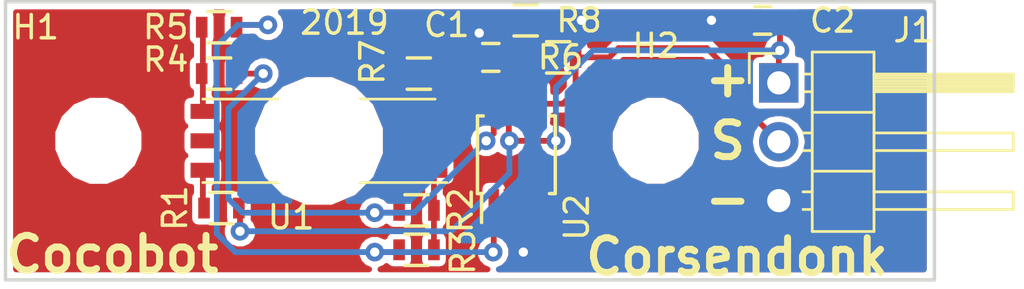
<source format=kicad_pcb>
(kicad_pcb (version 20171130) (host pcbnew "(5.0.0-rc2-108-g8444b1b61-dirty)")

  (general
    (thickness 1.6)
    (drawings 10)
    (tracks 100)
    (zones 0)
    (modules 15)
    (nets 15)
  )

  (page A4)
  (layers
    (0 F.Cu signal)
    (31 B.Cu signal)
    (32 B.Adhes user)
    (33 F.Adhes user)
    (34 B.Paste user)
    (35 F.Paste user)
    (36 B.SilkS user)
    (37 F.SilkS user)
    (38 B.Mask user)
    (39 F.Mask user)
    (40 Dwgs.User user)
    (41 Cmts.User user)
    (42 Eco1.User user)
    (43 Eco2.User user)
    (44 Edge.Cuts user)
    (45 Margin user)
    (46 B.CrtYd user)
    (47 F.CrtYd user)
    (48 B.Fab user hide)
    (49 F.Fab user hide)
  )

  (setup
    (last_trace_width 0.25)
    (trace_clearance 0.2)
    (zone_clearance 0.254)
    (zone_45_only no)
    (trace_min 0.2)
    (segment_width 0.2)
    (edge_width 0.15)
    (via_size 0.8)
    (via_drill 0.4)
    (via_min_size 0.4)
    (via_min_drill 0.3)
    (uvia_size 0.3)
    (uvia_drill 0.1)
    (uvias_allowed no)
    (uvia_min_size 0.2)
    (uvia_min_drill 0.1)
    (pcb_text_width 0.3)
    (pcb_text_size 1.5 1.5)
    (mod_edge_width 0.15)
    (mod_text_size 1 1)
    (mod_text_width 0.15)
    (pad_size 1.524 1.524)
    (pad_drill 0.762)
    (pad_to_mask_clearance 0.2)
    (aux_axis_origin 0 0)
    (visible_elements FFFFFF7F)
    (pcbplotparams
      (layerselection 0x010fc_ffffffff)
      (usegerberextensions false)
      (usegerberattributes false)
      (usegerberadvancedattributes false)
      (creategerberjobfile false)
      (excludeedgelayer true)
      (linewidth 0.100000)
      (plotframeref false)
      (viasonmask false)
      (mode 1)
      (useauxorigin false)
      (hpglpennumber 1)
      (hpglpenspeed 20)
      (hpglpendiameter 15.000000)
      (psnegative false)
      (psa4output false)
      (plotreference true)
      (plotvalue true)
      (plotinvisibletext false)
      (padsonsilk false)
      (subtractmaskfromsilk false)
      (outputformat 1)
      (mirror false)
      (drillshape 1)
      (scaleselection 1)
      (outputdirectory ""))
  )

  (net 0 "")
  (net 1 GND)
  (net 2 /pres_0-5v)
  (net 3 +5V)
  (net 4 "Net-(H1-Pad1)")
  (net 5 "Net-(H2-Pad1)")
  (net 6 "Net-(R2-Pad1)")
  (net 7 "Net-(R6-Pad1)")
  (net 8 "Net-(U2-Pad4)")
  (net 9 "Net-(R3-Pad1)")
  (net 10 "Net-(R1-Pad2)")
  (net 11 "Net-(R2-Pad2)")
  (net 12 "Net-(R4-Pad2)")
  (net 13 "Net-(R7-Pad1)")
  (net 14 "Net-(U1-Pad5)")

  (net_class Default "This is the default net class."
    (clearance 0.2)
    (trace_width 0.25)
    (via_dia 0.8)
    (via_drill 0.4)
    (uvia_dia 0.3)
    (uvia_drill 0.1)
    (add_net +5V)
    (add_net /pres_0-5v)
    (add_net GND)
    (add_net "Net-(H1-Pad1)")
    (add_net "Net-(H2-Pad1)")
    (add_net "Net-(R1-Pad2)")
    (add_net "Net-(R2-Pad1)")
    (add_net "Net-(R2-Pad2)")
    (add_net "Net-(R3-Pad1)")
    (add_net "Net-(R4-Pad2)")
    (add_net "Net-(R6-Pad1)")
    (add_net "Net-(R7-Pad1)")
    (add_net "Net-(U1-Pad5)")
    (add_net "Net-(U2-Pad4)")
  )

  (module espitall:2SMPP-02 (layer F.Cu) (tedit 5C83C162) (tstamp 5C83DABD)
    (at 63.5 54 180)
    (descr "5-pin SOT23 package")
    (tags SOT-23-5)
    (path /5C83C618)
    (attr smd)
    (fp_text reference U1 (at 1.2 -3.3) (layer F.SilkS)
      (effects (font (size 1 1) (thickness 0.15)))
    )
    (fp_text value 2SMPP-02 (at 0 2.9 180) (layer F.Fab)
      (effects (font (size 1 1) (thickness 0.15)))
    )
    (fp_line (start 5 -1.55) (end 5 1.55) (layer F.Fab) (width 0.1))
    (fp_line (start -5 1.55) (end 5 1.55) (layer F.Fab) (width 0.1))
    (fp_line (start -5 -0.9) (end -5 1.55) (layer F.Fab) (width 0.1))
    (fp_line (start 5 -1.55) (end -4.5 -1.55) (layer F.Fab) (width 0.1))
    (fp_line (start -5 -0.9) (end -4.5 -1.55) (layer F.Fab) (width 0.1))
    (fp_line (start -5 1.822) (end -5 -1.778) (layer F.CrtYd) (width 0.05))
    (fp_line (start 5 1.8) (end -5 1.8) (layer F.CrtYd) (width 0.05))
    (fp_line (start 5 -1.8) (end 5 1.8) (layer F.CrtYd) (width 0.05))
    (fp_line (start -5 -1.8) (end 5 -1.8) (layer F.CrtYd) (width 0.05))
    (fp_line (start 5 -1.8) (end -5.5 -1.8) (layer F.SilkS) (width 0.12))
    (fp_line (start -5 1.8) (end 5 1.8) (layer F.SilkS) (width 0.12))
    (fp_text user %R (at 0 0 270) (layer F.Fab)
      (effects (font (size 0.5 0.5) (thickness 0.075)))
    )
    (pad 4 smd rect (at 5 1.27 180) (size 1.06 0.65) (layers F.Cu F.Paste F.Mask)
      (net 12 "Net-(R4-Pad2)"))
    (pad 6 smd rect (at 5 -1.27 180) (size 1.06 0.65) (layers F.Cu F.Paste F.Mask)
      (net 10 "Net-(R1-Pad2)"))
    (pad 3 smd rect (at -5 1.27 180) (size 1.06 0.65) (layers F.Cu F.Paste F.Mask)
      (net 13 "Net-(R7-Pad1)"))
    (pad 2 smd rect (at -5 0 180) (size 1.06 0.65) (layers F.Cu F.Paste F.Mask))
    (pad 1 smd rect (at -5 -1.27 180) (size 1.06 0.65) (layers F.Cu F.Paste F.Mask)
      (net 11 "Net-(R2-Pad2)"))
    (pad 5 smd rect (at 5 0 180) (size 1.06 0.65) (layers F.Cu F.Paste F.Mask)
      (net 14 "Net-(U1-Pad5)"))
    (pad "" np_thru_hole circle (at 0 0 180) (size 5 5) (drill 5) (layers *.Cu *.Mask))
    (model /home/damien/prog/cocobot/hardware/step/sensor_2smpp-02.stp
      (offset (xyz 0 0 2))
      (scale (xyz 1 1 1))
      (rotate (xyz 0 0 0))
    )
  )

  (module espitall:C_0603 (layer F.Cu) (tedit 59D9CD42) (tstamp 5C83DAA6)
    (at 82.6 48.8 180)
    (descr "Capacitor SMD 0603, reflow soldering, AVX (see smccp.pdf)")
    (tags "capacitor 0603")
    (path /5C83CB5E)
    (attr smd)
    (fp_text reference C2 (at -3.017199 -0.01 180) (layer F.SilkS)
      (effects (font (size 1 1) (thickness 0.15)))
    )
    (fp_text value 2u2 (at 0 1.9 180) (layer F.Fab)
      (effects (font (size 1 1) (thickness 0.15)))
    )
    (fp_line (start 0.35 0.6) (end -0.35 0.6) (layer F.SilkS) (width 0.15))
    (fp_line (start -0.35 -0.6) (end 0.35 -0.6) (layer F.SilkS) (width 0.15))
    (fp_line (start 1.45 -0.75) (end 1.45 0.75) (layer F.CrtYd) (width 0.05))
    (fp_line (start -1.45 -0.75) (end -1.45 0.75) (layer F.CrtYd) (width 0.05))
    (fp_line (start -1.45 0.75) (end 1.45 0.75) (layer F.CrtYd) (width 0.05))
    (fp_line (start -1.45 -0.75) (end 1.45 -0.75) (layer F.CrtYd) (width 0.05))
    (pad 2 smd rect (at 0.75 0 180) (size 0.8 0.75) (layers F.Cu F.Paste F.Mask)
      (net 1 GND))
    (pad 1 smd rect (at -0.75 0 180) (size 0.8 0.75) (layers F.Cu F.Paste F.Mask)
      (net 3 +5V))
    (model "/home/damien/prog/cocobot/hardware/step/SW3DPS-CAPACITOR 0603-DEFAULT.STEP"
      (at (xyz 0 0 0))
      (scale (xyz 1 1 1))
      (rotate (xyz -90 0 0))
    )
  )

  (module espitall:C_0603 (layer F.Cu) (tedit 59D9CD42) (tstamp 5C83DA9A)
    (at 70.9 50.4)
    (descr "Capacitor SMD 0603, reflow soldering, AVX (see smccp.pdf)")
    (tags "capacitor 0603")
    (path /5C83DC2C)
    (attr smd)
    (fp_text reference C1 (at -1.9 -1.4) (layer F.SilkS)
      (effects (font (size 1 1) (thickness 0.15)))
    )
    (fp_text value 100n (at 0 1.9) (layer F.Fab)
      (effects (font (size 1 1) (thickness 0.15)))
    )
    (fp_line (start -1.45 -0.75) (end 1.45 -0.75) (layer F.CrtYd) (width 0.05))
    (fp_line (start -1.45 0.75) (end 1.45 0.75) (layer F.CrtYd) (width 0.05))
    (fp_line (start -1.45 -0.75) (end -1.45 0.75) (layer F.CrtYd) (width 0.05))
    (fp_line (start 1.45 -0.75) (end 1.45 0.75) (layer F.CrtYd) (width 0.05))
    (fp_line (start -0.35 -0.6) (end 0.35 -0.6) (layer F.SilkS) (width 0.15))
    (fp_line (start 0.35 0.6) (end -0.35 0.6) (layer F.SilkS) (width 0.15))
    (pad 1 smd rect (at -0.75 0) (size 0.8 0.75) (layers F.Cu F.Paste F.Mask)
      (net 1 GND))
    (pad 2 smd rect (at 0.75 0) (size 0.8 0.75) (layers F.Cu F.Paste F.Mask)
      (net 3 +5V))
    (model "/home/damien/prog/cocobot/hardware/step/SW3DPS-CAPACITOR 0603-DEFAULT.STEP"
      (at (xyz 0 0 0))
      (scale (xyz 1 1 1))
      (rotate (xyz -90 0 0))
    )
  )

  (module espitall:R_0603 (layer F.Cu) (tedit 59D9CCBF) (tstamp 5C83DA8E)
    (at 72.4 48.8)
    (descr "Resistor SMD 0603, reflow soldering, Vishay (see dcrcw.pdf)")
    (tags "resistor 0603")
    (path /5C83EEC3)
    (attr smd)
    (fp_text reference R8 (at 2.3 0 -180) (layer F.SilkS)
      (effects (font (size 1 1) (thickness 0.15)))
    )
    (fp_text value R (at 0 1.9) (layer F.Fab)
      (effects (font (size 1 1) (thickness 0.15)))
    )
    (fp_line (start -0.5 -0.675) (end 0.5 -0.675) (layer F.SilkS) (width 0.15))
    (fp_line (start 0.5 0.675) (end -0.5 0.675) (layer F.SilkS) (width 0.15))
    (fp_line (start 1.3 -0.8) (end 1.3 0.8) (layer F.CrtYd) (width 0.05))
    (fp_line (start -1.3 -0.8) (end -1.3 0.8) (layer F.CrtYd) (width 0.05))
    (fp_line (start -1.3 0.8) (end 1.3 0.8) (layer F.CrtYd) (width 0.05))
    (fp_line (start -1.3 -0.8) (end 1.3 -0.8) (layer F.CrtYd) (width 0.05))
    (pad 2 smd rect (at 0.75 0) (size 0.5 0.9) (layers F.Cu F.Paste F.Mask)
      (net 7 "Net-(R6-Pad1)"))
    (pad 1 smd rect (at -0.75 0) (size 0.5 0.9) (layers F.Cu F.Paste F.Mask)
      (net 1 GND))
    (model "/home/damien/prog/cocobot/hardware/step/SW3DPS-RESISTOR 0603-DEFAULT.STEP"
      (at (xyz 0 0 0))
      (scale (xyz 1 1 1))
      (rotate (xyz -90 0 0))
    )
  )

  (module espitall:R_0603 (layer F.Cu) (tedit 59D9CCBF) (tstamp 5C83DA82)
    (at 67.8 51.1 180)
    (descr "Resistor SMD 0603, reflow soldering, Vishay (see dcrcw.pdf)")
    (tags "resistor 0603")
    (path /5C841EEE)
    (attr smd)
    (fp_text reference R7 (at 2 0.5 90) (layer F.SilkS)
      (effects (font (size 1 1) (thickness 0.15)))
    )
    (fp_text value R (at 0 1.9 180) (layer F.Fab)
      (effects (font (size 1 1) (thickness 0.15)))
    )
    (fp_line (start -1.3 -0.8) (end 1.3 -0.8) (layer F.CrtYd) (width 0.05))
    (fp_line (start -1.3 0.8) (end 1.3 0.8) (layer F.CrtYd) (width 0.05))
    (fp_line (start -1.3 -0.8) (end -1.3 0.8) (layer F.CrtYd) (width 0.05))
    (fp_line (start 1.3 -0.8) (end 1.3 0.8) (layer F.CrtYd) (width 0.05))
    (fp_line (start 0.5 0.675) (end -0.5 0.675) (layer F.SilkS) (width 0.15))
    (fp_line (start -0.5 -0.675) (end 0.5 -0.675) (layer F.SilkS) (width 0.15))
    (pad 1 smd rect (at -0.75 0 180) (size 0.5 0.9) (layers F.Cu F.Paste F.Mask)
      (net 13 "Net-(R7-Pad1)"))
    (pad 2 smd rect (at 0.75 0 180) (size 0.5 0.9) (layers F.Cu F.Paste F.Mask)
      (net 1 GND))
    (model "/home/damien/prog/cocobot/hardware/step/SW3DPS-RESISTOR 0603-DEFAULT.STEP"
      (at (xyz 0 0 0))
      (scale (xyz 1 1 1))
      (rotate (xyz -90 0 0))
    )
  )

  (module espitall:R_0603 (layer F.Cu) (tedit 59D9CCBF) (tstamp 5C83DA76)
    (at 73.8 50.4)
    (descr "Resistor SMD 0603, reflow soldering, Vishay (see dcrcw.pdf)")
    (tags "resistor 0603")
    (path /5C83E85D)
    (attr smd)
    (fp_text reference R6 (at 0.1 0 -180) (layer F.SilkS)
      (effects (font (size 1 1) (thickness 0.15)))
    )
    (fp_text value R (at 0 1.9) (layer F.Fab)
      (effects (font (size 1 1) (thickness 0.15)))
    )
    (fp_line (start -0.5 -0.675) (end 0.5 -0.675) (layer F.SilkS) (width 0.15))
    (fp_line (start 0.5 0.675) (end -0.5 0.675) (layer F.SilkS) (width 0.15))
    (fp_line (start 1.3 -0.8) (end 1.3 0.8) (layer F.CrtYd) (width 0.05))
    (fp_line (start -1.3 -0.8) (end -1.3 0.8) (layer F.CrtYd) (width 0.05))
    (fp_line (start -1.3 0.8) (end 1.3 0.8) (layer F.CrtYd) (width 0.05))
    (fp_line (start -1.3 -0.8) (end 1.3 -0.8) (layer F.CrtYd) (width 0.05))
    (pad 2 smd rect (at 0.75 0) (size 0.5 0.9) (layers F.Cu F.Paste F.Mask)
      (net 2 /pres_0-5v))
    (pad 1 smd rect (at -0.75 0) (size 0.5 0.9) (layers F.Cu F.Paste F.Mask)
      (net 7 "Net-(R6-Pad1)"))
    (model "/home/damien/prog/cocobot/hardware/step/SW3DPS-RESISTOR 0603-DEFAULT.STEP"
      (at (xyz 0 0 0))
      (scale (xyz 1 1 1))
      (rotate (xyz -90 0 0))
    )
  )

  (module espitall:R_0603 (layer F.Cu) (tedit 59D9CCBF) (tstamp 5C83DA6A)
    (at 59.2 49.1 180)
    (descr "Resistor SMD 0603, reflow soldering, Vishay (see dcrcw.pdf)")
    (tags "resistor 0603")
    (path /5C83D056)
    (attr smd)
    (fp_text reference R5 (at 2.3 0.004) (layer F.SilkS)
      (effects (font (size 1 1) (thickness 0.15)))
    )
    (fp_text value R (at 0 1.9 180) (layer F.Fab)
      (effects (font (size 1 1) (thickness 0.15)))
    )
    (fp_line (start -1.3 -0.8) (end 1.3 -0.8) (layer F.CrtYd) (width 0.05))
    (fp_line (start -1.3 0.8) (end 1.3 0.8) (layer F.CrtYd) (width 0.05))
    (fp_line (start -1.3 -0.8) (end -1.3 0.8) (layer F.CrtYd) (width 0.05))
    (fp_line (start 1.3 -0.8) (end 1.3 0.8) (layer F.CrtYd) (width 0.05))
    (fp_line (start 0.5 0.675) (end -0.5 0.675) (layer F.SilkS) (width 0.15))
    (fp_line (start -0.5 -0.675) (end 0.5 -0.675) (layer F.SilkS) (width 0.15))
    (pad 1 smd rect (at -0.75 0 180) (size 0.5 0.9) (layers F.Cu F.Paste F.Mask)
      (net 9 "Net-(R3-Pad1)"))
    (pad 2 smd rect (at 0.75 0 180) (size 0.5 0.9) (layers F.Cu F.Paste F.Mask)
      (net 12 "Net-(R4-Pad2)"))
    (model "/home/damien/prog/cocobot/hardware/step/SW3DPS-RESISTOR 0603-DEFAULT.STEP"
      (at (xyz 0 0 0))
      (scale (xyz 1 1 1))
      (rotate (xyz -90 0 0))
    )
  )

  (module espitall:R_0603 (layer F.Cu) (tedit 59D9CCBF) (tstamp 5C83DA5E)
    (at 59.2 51.1 180)
    (descr "Resistor SMD 0603, reflow soldering, Vishay (see dcrcw.pdf)")
    (tags "resistor 0603")
    (path /5C83CF0F)
    (attr smd)
    (fp_text reference R4 (at 2.3 0.6) (layer F.SilkS)
      (effects (font (size 1 1) (thickness 0.15)))
    )
    (fp_text value R (at 0 1.9 180) (layer F.Fab)
      (effects (font (size 1 1) (thickness 0.15)))
    )
    (fp_line (start -0.5 -0.675) (end 0.5 -0.675) (layer F.SilkS) (width 0.15))
    (fp_line (start 0.5 0.675) (end -0.5 0.675) (layer F.SilkS) (width 0.15))
    (fp_line (start 1.3 -0.8) (end 1.3 0.8) (layer F.CrtYd) (width 0.05))
    (fp_line (start -1.3 -0.8) (end -1.3 0.8) (layer F.CrtYd) (width 0.05))
    (fp_line (start -1.3 0.8) (end 1.3 0.8) (layer F.CrtYd) (width 0.05))
    (fp_line (start -1.3 -0.8) (end 1.3 -0.8) (layer F.CrtYd) (width 0.05))
    (pad 2 smd rect (at 0.75 0 180) (size 0.5 0.9) (layers F.Cu F.Paste F.Mask)
      (net 12 "Net-(R4-Pad2)"))
    (pad 1 smd rect (at -0.75 0 180) (size 0.5 0.9) (layers F.Cu F.Paste F.Mask)
      (net 6 "Net-(R2-Pad1)"))
    (model "/home/damien/prog/cocobot/hardware/step/SW3DPS-RESISTOR 0603-DEFAULT.STEP"
      (at (xyz 0 0 0))
      (scale (xyz 1 1 1))
      (rotate (xyz -90 0 0))
    )
  )

  (module espitall:R_0603 (layer F.Cu) (tedit 59D9CCBF) (tstamp 5C83DA52)
    (at 67.7 58.7)
    (descr "Resistor SMD 0603, reflow soldering, Vishay (see dcrcw.pdf)")
    (tags "resistor 0603")
    (path /5C83D1A4)
    (attr smd)
    (fp_text reference R3 (at 2 0.1 90) (layer F.SilkS)
      (effects (font (size 1 1) (thickness 0.15)))
    )
    (fp_text value R (at 0 1.9) (layer F.Fab)
      (effects (font (size 1 1) (thickness 0.15)))
    )
    (fp_line (start -1.3 -0.8) (end 1.3 -0.8) (layer F.CrtYd) (width 0.05))
    (fp_line (start -1.3 0.8) (end 1.3 0.8) (layer F.CrtYd) (width 0.05))
    (fp_line (start -1.3 -0.8) (end -1.3 0.8) (layer F.CrtYd) (width 0.05))
    (fp_line (start 1.3 -0.8) (end 1.3 0.8) (layer F.CrtYd) (width 0.05))
    (fp_line (start 0.5 0.675) (end -0.5 0.675) (layer F.SilkS) (width 0.15))
    (fp_line (start -0.5 -0.675) (end 0.5 -0.675) (layer F.SilkS) (width 0.15))
    (pad 1 smd rect (at -0.75 0) (size 0.5 0.9) (layers F.Cu F.Paste F.Mask)
      (net 9 "Net-(R3-Pad1)"))
    (pad 2 smd rect (at 0.75 0) (size 0.5 0.9) (layers F.Cu F.Paste F.Mask)
      (net 11 "Net-(R2-Pad2)"))
    (model "/home/damien/prog/cocobot/hardware/step/SW3DPS-RESISTOR 0603-DEFAULT.STEP"
      (at (xyz 0 0 0))
      (scale (xyz 1 1 1))
      (rotate (xyz -90 0 0))
    )
  )

  (module espitall:R_0603 (layer F.Cu) (tedit 59D9CCBF) (tstamp 5C83DA46)
    (at 67.7 57)
    (descr "Resistor SMD 0603, reflow soldering, Vishay (see dcrcw.pdf)")
    (tags "resistor 0603")
    (path /5C83D19E)
    (attr smd)
    (fp_text reference R2 (at 1.9 0 90) (layer F.SilkS)
      (effects (font (size 1 1) (thickness 0.15)))
    )
    (fp_text value R (at 0 1.9) (layer F.Fab)
      (effects (font (size 1 1) (thickness 0.15)))
    )
    (fp_line (start -0.5 -0.675) (end 0.5 -0.675) (layer F.SilkS) (width 0.15))
    (fp_line (start 0.5 0.675) (end -0.5 0.675) (layer F.SilkS) (width 0.15))
    (fp_line (start 1.3 -0.8) (end 1.3 0.8) (layer F.CrtYd) (width 0.05))
    (fp_line (start -1.3 -0.8) (end -1.3 0.8) (layer F.CrtYd) (width 0.05))
    (fp_line (start -1.3 0.8) (end 1.3 0.8) (layer F.CrtYd) (width 0.05))
    (fp_line (start -1.3 -0.8) (end 1.3 -0.8) (layer F.CrtYd) (width 0.05))
    (pad 2 smd rect (at 0.75 0) (size 0.5 0.9) (layers F.Cu F.Paste F.Mask)
      (net 11 "Net-(R2-Pad2)"))
    (pad 1 smd rect (at -0.75 0) (size 0.5 0.9) (layers F.Cu F.Paste F.Mask)
      (net 6 "Net-(R2-Pad1)"))
    (model "/home/damien/prog/cocobot/hardware/step/SW3DPS-RESISTOR 0603-DEFAULT.STEP"
      (at (xyz 0 0 0))
      (scale (xyz 1 1 1))
      (rotate (xyz -90 0 0))
    )
  )

  (module espitall:R_0603 (layer F.Cu) (tedit 59D9CCBF) (tstamp 5C83DA3A)
    (at 59.3 56.9 180)
    (descr "Resistor SMD 0603, reflow soldering, Vishay (see dcrcw.pdf)")
    (tags "resistor 0603")
    (path /5C841EBA)
    (attr smd)
    (fp_text reference R1 (at 2 0 90) (layer F.SilkS)
      (effects (font (size 1 1) (thickness 0.15)))
    )
    (fp_text value R (at 0 1.9 180) (layer F.Fab)
      (effects (font (size 1 1) (thickness 0.15)))
    )
    (fp_line (start -1.3 -0.8) (end 1.3 -0.8) (layer F.CrtYd) (width 0.05))
    (fp_line (start -1.3 0.8) (end 1.3 0.8) (layer F.CrtYd) (width 0.05))
    (fp_line (start -1.3 -0.8) (end -1.3 0.8) (layer F.CrtYd) (width 0.05))
    (fp_line (start 1.3 -0.8) (end 1.3 0.8) (layer F.CrtYd) (width 0.05))
    (fp_line (start 0.5 0.675) (end -0.5 0.675) (layer F.SilkS) (width 0.15))
    (fp_line (start -0.5 -0.675) (end 0.5 -0.675) (layer F.SilkS) (width 0.15))
    (pad 1 smd rect (at -0.75 0 180) (size 0.5 0.9) (layers F.Cu F.Paste F.Mask)
      (net 3 +5V))
    (pad 2 smd rect (at 0.75 0 180) (size 0.5 0.9) (layers F.Cu F.Paste F.Mask)
      (net 10 "Net-(R1-Pad2)"))
    (model "/home/damien/prog/cocobot/hardware/step/SW3DPS-RESISTOR 0603-DEFAULT.STEP"
      (at (xyz 0 0 0))
      (scale (xyz 1 1 1))
      (rotate (xyz -90 0 0))
    )
  )

  (module Housings_SSOP:MSOP-8_3x3mm_Pitch0.65mm (layer F.Cu) (tedit 54130A77) (tstamp 5C83D75E)
    (at 72 54.6 90)
    (descr "8-Lead Plastic Micro Small Outline Package (MS) [MSOP] (see Microchip Packaging Specification 00000049BS.pdf)")
    (tags "SSOP 0.65")
    (path /5C83CDC6)
    (attr smd)
    (fp_text reference U2 (at -2.7 2.6 90) (layer F.SilkS)
      (effects (font (size 1 1) (thickness 0.15)))
    )
    (fp_text value AD628 (at 0 2.6 90) (layer F.Fab)
      (effects (font (size 1 1) (thickness 0.15)))
    )
    (fp_text user %R (at 0 0 90) (layer F.Fab)
      (effects (font (size 0.6 0.6) (thickness 0.15)))
    )
    (fp_line (start -1.675 -1.5) (end -2.925 -1.5) (layer F.SilkS) (width 0.15))
    (fp_line (start -1.675 1.675) (end 1.675 1.675) (layer F.SilkS) (width 0.15))
    (fp_line (start -1.675 -1.675) (end 1.675 -1.675) (layer F.SilkS) (width 0.15))
    (fp_line (start -1.675 1.675) (end -1.675 1.425) (layer F.SilkS) (width 0.15))
    (fp_line (start 1.675 1.675) (end 1.675 1.425) (layer F.SilkS) (width 0.15))
    (fp_line (start 1.675 -1.675) (end 1.675 -1.425) (layer F.SilkS) (width 0.15))
    (fp_line (start -1.675 -1.675) (end -1.675 -1.5) (layer F.SilkS) (width 0.15))
    (fp_line (start -3.2 1.85) (end 3.2 1.85) (layer F.CrtYd) (width 0.05))
    (fp_line (start -3.2 -1.85) (end 3.2 -1.85) (layer F.CrtYd) (width 0.05))
    (fp_line (start 3.2 -1.85) (end 3.2 1.85) (layer F.CrtYd) (width 0.05))
    (fp_line (start -3.2 -1.85) (end -3.2 1.85) (layer F.CrtYd) (width 0.05))
    (fp_line (start -1.5 -0.5) (end -0.5 -1.5) (layer F.Fab) (width 0.15))
    (fp_line (start -1.5 1.5) (end -1.5 -0.5) (layer F.Fab) (width 0.15))
    (fp_line (start 1.5 1.5) (end -1.5 1.5) (layer F.Fab) (width 0.15))
    (fp_line (start 1.5 -1.5) (end 1.5 1.5) (layer F.Fab) (width 0.15))
    (fp_line (start -0.5 -1.5) (end 1.5 -1.5) (layer F.Fab) (width 0.15))
    (pad 8 smd rect (at 2.2 -0.975 90) (size 1.45 0.45) (layers F.Cu F.Paste F.Mask)
      (net 6 "Net-(R2-Pad1)"))
    (pad 7 smd rect (at 2.2 -0.325 90) (size 1.45 0.45) (layers F.Cu F.Paste F.Mask)
      (net 3 +5V))
    (pad 6 smd rect (at 2.2 0.325 90) (size 1.45 0.45) (layers F.Cu F.Paste F.Mask)
      (net 7 "Net-(R6-Pad1)"))
    (pad 5 smd rect (at 2.2 0.975 90) (size 1.45 0.45) (layers F.Cu F.Paste F.Mask)
      (net 2 /pres_0-5v))
    (pad 4 smd rect (at -2.2 0.975 90) (size 1.45 0.45) (layers F.Cu F.Paste F.Mask)
      (net 8 "Net-(U2-Pad4)"))
    (pad 3 smd rect (at -2.2 0.325 90) (size 1.45 0.45) (layers F.Cu F.Paste F.Mask)
      (net 1 GND))
    (pad 2 smd rect (at -2.2 -0.325 90) (size 1.45 0.45) (layers F.Cu F.Paste F.Mask)
      (net 1 GND))
    (pad 1 smd rect (at -2.2 -0.975 90) (size 1.45 0.45) (layers F.Cu F.Paste F.Mask)
      (net 9 "Net-(R3-Pad1)"))
    (model ${KISYS3DMOD}/Housings_SSOP.3dshapes/MSOP-8_3x3mm_Pitch0.65mm.wrl
      (at (xyz 0 0 0))
      (scale (xyz 1 1 1))
      (rotate (xyz 0 0 0))
    )
  )

  (module Mounting_Holes:MountingHole_3.2mm_M3 (layer F.Cu) (tedit 56D1B4CB) (tstamp 5C83D741)
    (at 78 54)
    (descr "Mounting Hole 3.2mm, no annular, M3")
    (tags "mounting hole 3.2mm no annular m3")
    (path /5C83C70C)
    (attr virtual)
    (fp_text reference H2 (at 0 -4.1) (layer F.SilkS)
      (effects (font (size 1 1) (thickness 0.15)))
    )
    (fp_text value Conn_01x01 (at 0 4.2) (layer F.Fab)
      (effects (font (size 1 1) (thickness 0.15)))
    )
    (fp_text user %R (at 0.3 0) (layer F.Fab)
      (effects (font (size 1 1) (thickness 0.15)))
    )
    (fp_circle (center 0 0) (end 3.2 0) (layer Cmts.User) (width 0.15))
    (fp_circle (center 0 0) (end 3.45 0) (layer F.CrtYd) (width 0.05))
    (pad 1 np_thru_hole circle (at 0 0) (size 3.2 3.2) (drill 3.2) (layers *.Cu *.Mask)
      (net 5 "Net-(H2-Pad1)"))
  )

  (module Mounting_Holes:MountingHole_3.2mm_M3 (layer F.Cu) (tedit 56D1B4CB) (tstamp 5C83D739)
    (at 54 54)
    (descr "Mounting Hole 3.2mm, no annular, M3")
    (tags "mounting hole 3.2mm no annular m3")
    (path /5C83C78C)
    (attr virtual)
    (fp_text reference H1 (at -2.7 -4.9) (layer F.SilkS)
      (effects (font (size 1 1) (thickness 0.15)))
    )
    (fp_text value Conn_01x01 (at 0 4.2) (layer F.Fab)
      (effects (font (size 1 1) (thickness 0.15)))
    )
    (fp_circle (center 0 0) (end 3.45 0) (layer F.CrtYd) (width 0.05))
    (fp_circle (center 0 0) (end 3.2 0) (layer Cmts.User) (width 0.15))
    (fp_text user %R (at 0.3 0) (layer F.Fab)
      (effects (font (size 1 1) (thickness 0.15)))
    )
    (pad 1 np_thru_hole circle (at 0 0) (size 3.2 3.2) (drill 3.2) (layers *.Cu *.Mask)
      (net 4 "Net-(H1-Pad1)"))
  )

  (module Pin_Headers:Pin_Header_Angled_1x03_Pitch2.54mm (layer F.Cu) (tedit 59650532) (tstamp 5C83D731)
    (at 83.3 51.5)
    (descr "Through hole angled pin header, 1x03, 2.54mm pitch, 6mm pin length, single row")
    (tags "Through hole angled pin header THT 1x03 2.54mm single row")
    (path /5C83C943)
    (fp_text reference J1 (at 5.8 -2.27) (layer F.SilkS)
      (effects (font (size 1 1) (thickness 0.15)))
    )
    (fp_text value Conn_01x03 (at 4.385 7.35) (layer F.Fab)
      (effects (font (size 1 1) (thickness 0.15)))
    )
    (fp_text user %R (at 2.77 2.54 90) (layer F.Fab)
      (effects (font (size 1 1) (thickness 0.15)))
    )
    (fp_line (start 10.55 -1.8) (end -1.8 -1.8) (layer F.CrtYd) (width 0.05))
    (fp_line (start 10.55 6.85) (end 10.55 -1.8) (layer F.CrtYd) (width 0.05))
    (fp_line (start -1.8 6.85) (end 10.55 6.85) (layer F.CrtYd) (width 0.05))
    (fp_line (start -1.8 -1.8) (end -1.8 6.85) (layer F.CrtYd) (width 0.05))
    (fp_line (start -1.27 -1.27) (end 0 -1.27) (layer F.SilkS) (width 0.12))
    (fp_line (start -1.27 0) (end -1.27 -1.27) (layer F.SilkS) (width 0.12))
    (fp_line (start 1.042929 5.46) (end 1.44 5.46) (layer F.SilkS) (width 0.12))
    (fp_line (start 1.042929 4.7) (end 1.44 4.7) (layer F.SilkS) (width 0.12))
    (fp_line (start 10.1 5.46) (end 4.1 5.46) (layer F.SilkS) (width 0.12))
    (fp_line (start 10.1 4.7) (end 10.1 5.46) (layer F.SilkS) (width 0.12))
    (fp_line (start 4.1 4.7) (end 10.1 4.7) (layer F.SilkS) (width 0.12))
    (fp_line (start 1.44 3.81) (end 4.1 3.81) (layer F.SilkS) (width 0.12))
    (fp_line (start 1.042929 2.92) (end 1.44 2.92) (layer F.SilkS) (width 0.12))
    (fp_line (start 1.042929 2.16) (end 1.44 2.16) (layer F.SilkS) (width 0.12))
    (fp_line (start 10.1 2.92) (end 4.1 2.92) (layer F.SilkS) (width 0.12))
    (fp_line (start 10.1 2.16) (end 10.1 2.92) (layer F.SilkS) (width 0.12))
    (fp_line (start 4.1 2.16) (end 10.1 2.16) (layer F.SilkS) (width 0.12))
    (fp_line (start 1.44 1.27) (end 4.1 1.27) (layer F.SilkS) (width 0.12))
    (fp_line (start 1.11 0.38) (end 1.44 0.38) (layer F.SilkS) (width 0.12))
    (fp_line (start 1.11 -0.38) (end 1.44 -0.38) (layer F.SilkS) (width 0.12))
    (fp_line (start 4.1 0.28) (end 10.1 0.28) (layer F.SilkS) (width 0.12))
    (fp_line (start 4.1 0.16) (end 10.1 0.16) (layer F.SilkS) (width 0.12))
    (fp_line (start 4.1 0.04) (end 10.1 0.04) (layer F.SilkS) (width 0.12))
    (fp_line (start 4.1 -0.08) (end 10.1 -0.08) (layer F.SilkS) (width 0.12))
    (fp_line (start 4.1 -0.2) (end 10.1 -0.2) (layer F.SilkS) (width 0.12))
    (fp_line (start 4.1 -0.32) (end 10.1 -0.32) (layer F.SilkS) (width 0.12))
    (fp_line (start 10.1 0.38) (end 4.1 0.38) (layer F.SilkS) (width 0.12))
    (fp_line (start 10.1 -0.38) (end 10.1 0.38) (layer F.SilkS) (width 0.12))
    (fp_line (start 4.1 -0.38) (end 10.1 -0.38) (layer F.SilkS) (width 0.12))
    (fp_line (start 4.1 -1.33) (end 1.44 -1.33) (layer F.SilkS) (width 0.12))
    (fp_line (start 4.1 6.41) (end 4.1 -1.33) (layer F.SilkS) (width 0.12))
    (fp_line (start 1.44 6.41) (end 4.1 6.41) (layer F.SilkS) (width 0.12))
    (fp_line (start 1.44 -1.33) (end 1.44 6.41) (layer F.SilkS) (width 0.12))
    (fp_line (start 4.04 5.4) (end 10.04 5.4) (layer F.Fab) (width 0.1))
    (fp_line (start 10.04 4.76) (end 10.04 5.4) (layer F.Fab) (width 0.1))
    (fp_line (start 4.04 4.76) (end 10.04 4.76) (layer F.Fab) (width 0.1))
    (fp_line (start -0.32 5.4) (end 1.5 5.4) (layer F.Fab) (width 0.1))
    (fp_line (start -0.32 4.76) (end -0.32 5.4) (layer F.Fab) (width 0.1))
    (fp_line (start -0.32 4.76) (end 1.5 4.76) (layer F.Fab) (width 0.1))
    (fp_line (start 4.04 2.86) (end 10.04 2.86) (layer F.Fab) (width 0.1))
    (fp_line (start 10.04 2.22) (end 10.04 2.86) (layer F.Fab) (width 0.1))
    (fp_line (start 4.04 2.22) (end 10.04 2.22) (layer F.Fab) (width 0.1))
    (fp_line (start -0.32 2.86) (end 1.5 2.86) (layer F.Fab) (width 0.1))
    (fp_line (start -0.32 2.22) (end -0.32 2.86) (layer F.Fab) (width 0.1))
    (fp_line (start -0.32 2.22) (end 1.5 2.22) (layer F.Fab) (width 0.1))
    (fp_line (start 4.04 0.32) (end 10.04 0.32) (layer F.Fab) (width 0.1))
    (fp_line (start 10.04 -0.32) (end 10.04 0.32) (layer F.Fab) (width 0.1))
    (fp_line (start 4.04 -0.32) (end 10.04 -0.32) (layer F.Fab) (width 0.1))
    (fp_line (start -0.32 0.32) (end 1.5 0.32) (layer F.Fab) (width 0.1))
    (fp_line (start -0.32 -0.32) (end -0.32 0.32) (layer F.Fab) (width 0.1))
    (fp_line (start -0.32 -0.32) (end 1.5 -0.32) (layer F.Fab) (width 0.1))
    (fp_line (start 1.5 -0.635) (end 2.135 -1.27) (layer F.Fab) (width 0.1))
    (fp_line (start 1.5 6.35) (end 1.5 -0.635) (layer F.Fab) (width 0.1))
    (fp_line (start 4.04 6.35) (end 1.5 6.35) (layer F.Fab) (width 0.1))
    (fp_line (start 4.04 -1.27) (end 4.04 6.35) (layer F.Fab) (width 0.1))
    (fp_line (start 2.135 -1.27) (end 4.04 -1.27) (layer F.Fab) (width 0.1))
    (pad 3 thru_hole oval (at 0 5.08) (size 1.7 1.7) (drill 1) (layers *.Cu *.Mask)
      (net 1 GND))
    (pad 2 thru_hole oval (at 0 2.54) (size 1.7 1.7) (drill 1) (layers *.Cu *.Mask)
      (net 2 /pres_0-5v))
    (pad 1 thru_hole rect (at 0 0) (size 1.7 1.7) (drill 1) (layers *.Cu *.Mask)
      (net 3 +5V))
    (model /home/damien/prog/cocobot/hardware/step/pin_header_aw140-ea-g03g.stp
      (offset (xyz 2.54 -2.54 1.5))
      (scale (xyz 1 1 1))
      (rotate (xyz 0 0 -90))
    )
  )

  (gr_text Cocobot (at 54.6 58.9) (layer F.SilkS) (tstamp 5C83E14F)
    (effects (font (size 1.5 1.5) (thickness 0.3)))
  )
  (gr_text 2019 (at 64.6 48.9) (layer F.SilkS) (tstamp 5C83E14A)
    (effects (font (size 1 1) (thickness 0.15)))
  )
  (gr_text Corsendonk (at 81.5 59) (layer F.SilkS) (tstamp 5C83E142)
    (effects (font (size 1.5 1.5) (thickness 0.3)))
  )
  (gr_text S (at 81.1 54) (layer F.SilkS) (tstamp 5C83E137)
    (effects (font (size 1.5 1.5) (thickness 0.3)))
  )
  (gr_text - (at 81.1 56.5) (layer F.SilkS) (tstamp 5C83E12C)
    (effects (font (size 1.5 1.5) (thickness 0.3)))
  )
  (gr_text + (at 81.1 51.3) (layer F.SilkS)
    (effects (font (size 1.5 1.5) (thickness 0.3)))
  )
  (gr_line (start 90 48) (end 90 60) (layer Edge.Cuts) (width 0.15))
  (gr_line (start 50 60) (end 90 60) (layer Edge.Cuts) (width 0.15))
  (gr_line (start 50 48) (end 90 48) (layer Edge.Cuts) (width 0.15))
  (gr_line (start 50 48) (end 50 60) (layer Edge.Cuts) (width 0.15))

  (segment (start 70.15 49.6) (end 70.15 50.4) (width 0.25) (layer F.Cu) (net 1))
  (segment (start 71.65 48.6) (end 71.15 48.6) (width 0.25) (layer F.Cu) (net 1))
  (segment (start 67.05 51.1) (end 67.05 49.95) (width 0.25) (layer F.Cu) (net 1))
  (segment (start 68.4 48.6) (end 71.65 48.6) (width 0.25) (layer F.Cu) (net 1))
  (segment (start 67.05 49.95) (end 68.4 48.6) (width 0.25) (layer F.Cu) (net 1))
  (segment (start 71.675 56.8) (end 71.675 58.275) (width 0.25) (layer F.Cu) (net 1))
  (segment (start 71.675 58.275) (end 71.9 58.5) (width 0.25) (layer F.Cu) (net 1))
  (segment (start 71.9 58.5) (end 72 58.5) (width 0.25) (layer F.Cu) (net 1))
  (segment (start 72.325 58.175) (end 72.325 56.8) (width 0.25) (layer F.Cu) (net 1))
  (segment (start 72 58.5) (end 72.325 58.175) (width 0.25) (layer F.Cu) (net 1))
  (via (at 72.3 58.8) (size 0.8) (drill 0.4) (layers F.Cu B.Cu) (net 1))
  (segment (start 72 58.5) (end 72.3 58.8) (width 0.25) (layer F.Cu) (net 1))
  (segment (start 72.3 58.8) (end 72.9 58.2) (width 0.25) (layer B.Cu) (net 1))
  (segment (start 72.9 58.2) (end 72.9 51.4) (width 0.25) (layer B.Cu) (net 1))
  (segment (start 70.85 49.35) (end 70.4 49.35) (width 0.25) (layer B.Cu) (net 1))
  (via (at 70.4 49.35) (size 0.8) (drill 0.4) (layers F.Cu B.Cu) (net 1))
  (segment (start 72.9 51.4) (end 70.85 49.35) (width 0.25) (layer B.Cu) (net 1))
  (segment (start 71.15 48.6) (end 70.4 49.35) (width 0.25) (layer F.Cu) (net 1))
  (segment (start 70.4 49.35) (end 70.15 49.6) (width 0.25) (layer F.Cu) (net 1))
  (via (at 74.8 48.8) (size 0.8) (drill 0.4) (layers F.Cu B.Cu) (net 1))
  (segment (start 70.95 48.8) (end 70.4 49.35) (width 0.25) (layer B.Cu) (net 1))
  (segment (start 74.8 48.8) (end 70.95 48.8) (width 0.25) (layer B.Cu) (net 1))
  (segment (start 83.3 56.58) (end 85.3 54.58) (width 0.25) (layer B.Cu) (net 1))
  (segment (start 85.3 54.58) (end 85.3 49.6) (width 0.25) (layer B.Cu) (net 1))
  (segment (start 85.3 49.6) (end 84.5 48.8) (width 0.25) (layer B.Cu) (net 1))
  (via (at 80.4 48.8) (size 0.8) (drill 0.4) (layers F.Cu B.Cu) (net 1))
  (segment (start 84.5 48.8) (end 80.4 48.8) (width 0.25) (layer B.Cu) (net 1))
  (segment (start 81.85 48.8) (end 80.4 48.8) (width 0.25) (layer F.Cu) (net 1))
  (segment (start 80.4 48.8) (end 74.8 48.8) (width 0.25) (layer F.Cu) (net 1))
  (segment (start 83.3 54.04) (end 81.6 52.34) (width 0.25) (layer F.Cu) (net 2))
  (segment (start 81.6 52.34) (end 81.6 51.4) (width 0.25) (layer F.Cu) (net 2))
  (segment (start 81.6 51.4) (end 80.2 50) (width 0.25) (layer F.Cu) (net 2))
  (segment (start 80.2 50) (end 76.4 50) (width 0.25) (layer F.Cu) (net 2))
  (segment (start 76 50.4) (end 74.55 50.4) (width 0.25) (layer F.Cu) (net 2))
  (segment (start 76.4 50) (end 76 50.4) (width 0.25) (layer F.Cu) (net 2))
  (segment (start 74.55 50.4) (end 74.55 51.85) (width 0.25) (layer F.Cu) (net 2))
  (segment (start 74 52.4) (end 72.975 52.4) (width 0.25) (layer F.Cu) (net 2))
  (segment (start 74.55 51.85) (end 74 52.4) (width 0.25) (layer F.Cu) (net 2))
  (segment (start 71.675 50.425) (end 71.65 50.4) (width 0.25) (layer F.Cu) (net 3))
  (segment (start 71.675 52.4) (end 71.675 50.425) (width 0.25) (layer F.Cu) (net 3))
  (via (at 71.7 54) (size 0.8) (drill 0.4) (layers F.Cu B.Cu) (net 3))
  (segment (start 71.675 52.4) (end 71.675 53.975) (width 0.25) (layer F.Cu) (net 3))
  (segment (start 71.675 53.975) (end 71.7 54) (width 0.25) (layer F.Cu) (net 3))
  (segment (start 71.7 54) (end 71.7 55.4) (width 0.25) (layer B.Cu) (net 3))
  (segment (start 71.7 55.4) (end 69.2 57.9) (width 0.25) (layer B.Cu) (net 3))
  (via (at 60.1 57.9) (size 0.8) (drill 0.4) (layers F.Cu B.Cu) (net 3))
  (segment (start 69.2 57.9) (end 60.1 57.9) (width 0.25) (layer B.Cu) (net 3))
  (segment (start 60.1 56.95) (end 60.05 56.9) (width 0.25) (layer F.Cu) (net 3))
  (segment (start 60.1 57.9) (end 60.1 56.95) (width 0.25) (layer F.Cu) (net 3))
  (via (at 83.35 50.1) (size 0.8) (drill 0.4) (layers F.Cu B.Cu) (net 3))
  (segment (start 83.3 50.15) (end 83.35 50.1) (width 0.25) (layer F.Cu) (net 3))
  (segment (start 83.3 51.5) (end 83.3 50.15) (width 0.25) (layer F.Cu) (net 3))
  (segment (start 83.35 48.8) (end 83.35 50.1) (width 0.25) (layer F.Cu) (net 3))
  (segment (start 83.35 50.1) (end 75.3 50.1) (width 0.25) (layer B.Cu) (net 3))
  (via (at 73.7 54) (size 0.8) (drill 0.4) (layers F.Cu B.Cu) (net 3))
  (segment (start 75.3 50.1) (end 73.7 51.7) (width 0.25) (layer B.Cu) (net 3))
  (segment (start 73.7 51.7) (end 73.7 54) (width 0.25) (layer B.Cu) (net 3))
  (segment (start 73.7 54) (end 71.7 54) (width 0.25) (layer F.Cu) (net 3))
  (via (at 61.1 51.1) (size 0.8) (drill 0.4) (layers F.Cu B.Cu) (net 6))
  (segment (start 59.95 51.1) (end 61.1 51.1) (width 0.25) (layer F.Cu) (net 6))
  (segment (start 61.1 51.1) (end 59.6 52.6) (width 0.25) (layer B.Cu) (net 6))
  (segment (start 59.6 52.6) (end 59.6 56.5) (width 0.25) (layer B.Cu) (net 6))
  (via (at 65.9 57.1) (size 0.8) (drill 0.4) (layers F.Cu B.Cu) (net 6))
  (segment (start 59.6 56.5) (end 60.2 57.1) (width 0.25) (layer B.Cu) (net 6))
  (segment (start 60.2 57.1) (end 65.9 57.1) (width 0.25) (layer B.Cu) (net 6))
  (segment (start 66.85 57.1) (end 66.95 57) (width 0.25) (layer F.Cu) (net 6))
  (segment (start 65.9 57.1) (end 66.85 57.1) (width 0.25) (layer F.Cu) (net 6))
  (segment (start 67.599987 57.1) (end 70.299988 54.399999) (width 0.25) (layer B.Cu) (net 6))
  (segment (start 70.299988 54.399999) (end 70.699987 54) (width 0.25) (layer B.Cu) (net 6))
  (via (at 70.699987 54) (size 0.8) (drill 0.4) (layers F.Cu B.Cu) (net 6))
  (segment (start 71.025 52.4) (end 71.025 53.674987) (width 0.25) (layer F.Cu) (net 6))
  (segment (start 71.025 53.674987) (end 70.699987 54) (width 0.25) (layer F.Cu) (net 6))
  (segment (start 65.9 57.1) (end 67.599987 57.1) (width 0.25) (layer B.Cu) (net 6))
  (segment (start 72.325 51.125) (end 73.05 50.4) (width 0.25) (layer F.Cu) (net 7))
  (segment (start 72.325 52.4) (end 72.325 51.125) (width 0.25) (layer F.Cu) (net 7))
  (segment (start 73.05 48.7) (end 73.15 48.6) (width 0.25) (layer F.Cu) (net 7))
  (segment (start 73.05 50.4) (end 73.05 48.7) (width 0.25) (layer F.Cu) (net 7))
  (via (at 71 58.8) (size 0.8) (drill 0.4) (layers F.Cu B.Cu) (net 9))
  (segment (start 71.025 56.8) (end 71.025 58.775) (width 0.25) (layer F.Cu) (net 9))
  (segment (start 71.025 58.775) (end 71 58.8) (width 0.25) (layer F.Cu) (net 9))
  (via (at 65.9 58.8) (size 0.8) (drill 0.4) (layers F.Cu B.Cu) (net 9))
  (segment (start 71 58.8) (end 65.9 58.8) (width 0.25) (layer B.Cu) (net 9))
  (segment (start 66.85 58.8) (end 66.95 58.7) (width 0.25) (layer F.Cu) (net 9))
  (segment (start 65.9 58.8) (end 66.85 58.8) (width 0.25) (layer F.Cu) (net 9))
  (segment (start 65.9 58.8) (end 59.9 58.8) (width 0.25) (layer B.Cu) (net 9))
  (segment (start 59.9 58.8) (end 59.1 58) (width 0.25) (layer B.Cu) (net 9))
  (segment (start 59.1 58) (end 59.1 49.9) (width 0.25) (layer B.Cu) (net 9))
  (via (at 61.3 49) (size 0.8) (drill 0.4) (layers F.Cu B.Cu) (net 9))
  (segment (start 59.1 49.9) (end 60 49) (width 0.25) (layer B.Cu) (net 9))
  (segment (start 60 49) (end 61.3 49) (width 0.25) (layer B.Cu) (net 9))
  (segment (start 60.05 49) (end 59.95 49.1) (width 0.25) (layer F.Cu) (net 9))
  (segment (start 61.3 49) (end 60.05 49) (width 0.25) (layer F.Cu) (net 9))
  (segment (start 58.5 56.85) (end 58.55 56.9) (width 0.25) (layer F.Cu) (net 10))
  (segment (start 58.5 55.27) (end 58.5 56.85) (width 0.25) (layer F.Cu) (net 10))
  (segment (start 68.45 55.32) (end 68.5 55.27) (width 0.25) (layer F.Cu) (net 11))
  (segment (start 68.45 58.7) (end 68.45 55.32) (width 0.25) (layer F.Cu) (net 11))
  (segment (start 58.5 49.15) (end 58.45 49.1) (width 0.25) (layer F.Cu) (net 12))
  (segment (start 58.5 52.73) (end 58.5 49.15) (width 0.25) (layer F.Cu) (net 12))
  (segment (start 68.5 51.15) (end 68.55 51.1) (width 0.25) (layer F.Cu) (net 13))
  (segment (start 68.5 52.73) (end 68.5 51.15) (width 0.25) (layer F.Cu) (net 13))

  (zone (net 1) (net_name GND) (layer F.Cu) (tstamp 0) (hatch edge 0.508)
    (connect_pads yes (clearance 0.254))
    (min_thickness 0.254)
    (fill yes (arc_segments 16) (thermal_gap 0.508) (thermal_bridge_width 0.508))
    (polygon
      (pts
        (xy 50 48) (xy 90.1 48) (xy 90 60) (xy 50.1 59.9)
      )
    )
    (filled_polygon
      (pts
        (xy 57.841106 48.501341) (xy 57.811536 48.65) (xy 57.811536 49.55) (xy 57.841106 49.698659) (xy 57.925314 49.824686)
        (xy 57.994001 49.870581) (xy 57.994001 50.329419) (xy 57.925314 50.375314) (xy 57.841106 50.501341) (xy 57.811536 50.65)
        (xy 57.811536 51.55) (xy 57.841106 51.698659) (xy 57.925314 51.824686) (xy 57.994 51.87058) (xy 57.994 52.016536)
        (xy 57.97 52.016536) (xy 57.821341 52.046106) (xy 57.695314 52.130314) (xy 57.611106 52.256341) (xy 57.581536 52.405)
        (xy 57.581536 53.055) (xy 57.611106 53.203659) (xy 57.695314 53.329686) (xy 57.748165 53.365) (xy 57.695314 53.400314)
        (xy 57.611106 53.526341) (xy 57.581536 53.675) (xy 57.581536 54.325) (xy 57.611106 54.473659) (xy 57.695314 54.599686)
        (xy 57.748165 54.635) (xy 57.695314 54.670314) (xy 57.611106 54.796341) (xy 57.581536 54.945) (xy 57.581536 55.595)
        (xy 57.611106 55.743659) (xy 57.695314 55.869686) (xy 57.821341 55.953894) (xy 57.97 55.983464) (xy 57.994 55.983464)
        (xy 57.994001 56.222178) (xy 57.941106 56.301341) (xy 57.911536 56.45) (xy 57.911536 57.35) (xy 57.941106 57.498659)
        (xy 58.025314 57.624686) (xy 58.151341 57.708894) (xy 58.3 57.738464) (xy 58.8 57.738464) (xy 58.948659 57.708894)
        (xy 59.074686 57.624686) (xy 59.158894 57.498659) (xy 59.188464 57.35) (xy 59.188464 56.45) (xy 59.158894 56.301341)
        (xy 59.074686 56.175314) (xy 59.006 56.12942) (xy 59.006 55.983464) (xy 59.03 55.983464) (xy 59.178659 55.953894)
        (xy 59.304686 55.869686) (xy 59.388894 55.743659) (xy 59.418464 55.595) (xy 59.418464 54.945) (xy 59.388894 54.796341)
        (xy 59.304686 54.670314) (xy 59.251835 54.635) (xy 59.304686 54.599686) (xy 59.388894 54.473659) (xy 59.418464 54.325)
        (xy 59.418464 53.675) (xy 59.388894 53.526341) (xy 59.322473 53.426933) (xy 60.619 53.426933) (xy 60.619 54.573067)
        (xy 61.057606 55.631955) (xy 61.868045 56.442394) (xy 62.926933 56.881) (xy 64.073067 56.881) (xy 65.131955 56.442394)
        (xy 65.942394 55.631955) (xy 66.381 54.573067) (xy 66.381 53.426933) (xy 65.957702 52.405) (xy 67.581536 52.405)
        (xy 67.581536 53.055) (xy 67.611106 53.203659) (xy 67.695314 53.329686) (xy 67.748165 53.365) (xy 67.695314 53.400314)
        (xy 67.611106 53.526341) (xy 67.581536 53.675) (xy 67.581536 54.325) (xy 67.611106 54.473659) (xy 67.695314 54.599686)
        (xy 67.748165 54.635) (xy 67.695314 54.670314) (xy 67.611106 54.796341) (xy 67.581536 54.945) (xy 67.581536 55.595)
        (xy 67.611106 55.743659) (xy 67.695314 55.869686) (xy 67.821341 55.953894) (xy 67.944001 55.978292) (xy 67.944001 56.262828)
        (xy 67.925314 56.275314) (xy 67.841106 56.401341) (xy 67.811536 56.55) (xy 67.811536 57.45) (xy 67.841106 57.598659)
        (xy 67.925314 57.724686) (xy 67.944 57.737172) (xy 67.944 57.962828) (xy 67.925314 57.975314) (xy 67.841106 58.101341)
        (xy 67.811536 58.25) (xy 67.811536 59.15) (xy 67.841106 59.298659) (xy 67.925314 59.424686) (xy 68.051341 59.508894)
        (xy 68.2 59.538464) (xy 68.7 59.538464) (xy 68.848659 59.508894) (xy 68.974686 59.424686) (xy 69.058894 59.298659)
        (xy 69.088464 59.15) (xy 69.088464 58.25) (xy 69.058894 58.101341) (xy 68.974686 57.975314) (xy 68.956 57.962828)
        (xy 68.956 57.737172) (xy 68.974686 57.724686) (xy 69.058894 57.598659) (xy 69.088464 57.45) (xy 69.088464 56.55)
        (xy 69.058894 56.401341) (xy 68.974686 56.275314) (xy 68.956 56.262828) (xy 68.956 55.983464) (xy 69.03 55.983464)
        (xy 69.178659 55.953894) (xy 69.304686 55.869686) (xy 69.388894 55.743659) (xy 69.418464 55.595) (xy 69.418464 54.945)
        (xy 69.388894 54.796341) (xy 69.304686 54.670314) (xy 69.251835 54.635) (xy 69.304686 54.599686) (xy 69.388894 54.473659)
        (xy 69.418464 54.325) (xy 69.418464 53.675) (xy 69.388894 53.526341) (xy 69.304686 53.400314) (xy 69.251835 53.365)
        (xy 69.304686 53.329686) (xy 69.388894 53.203659) (xy 69.418464 53.055) (xy 69.418464 52.405) (xy 69.388894 52.256341)
        (xy 69.304686 52.130314) (xy 69.178659 52.046106) (xy 69.03 52.016536) (xy 69.006 52.016536) (xy 69.006 51.87058)
        (xy 69.074686 51.824686) (xy 69.158894 51.698659) (xy 69.188464 51.55) (xy 69.188464 50.65) (xy 69.158894 50.501341)
        (xy 69.074686 50.375314) (xy 68.948659 50.291106) (xy 68.8 50.261536) (xy 68.3 50.261536) (xy 68.151341 50.291106)
        (xy 68.025314 50.375314) (xy 67.941106 50.501341) (xy 67.911536 50.65) (xy 67.911536 51.55) (xy 67.941106 51.698659)
        (xy 67.994001 51.777822) (xy 67.994 52.016536) (xy 67.97 52.016536) (xy 67.821341 52.046106) (xy 67.695314 52.130314)
        (xy 67.611106 52.256341) (xy 67.581536 52.405) (xy 65.957702 52.405) (xy 65.942394 52.368045) (xy 65.131955 51.557606)
        (xy 64.073067 51.119) (xy 62.926933 51.119) (xy 61.868045 51.557606) (xy 61.057606 52.368045) (xy 60.619 53.426933)
        (xy 59.322473 53.426933) (xy 59.304686 53.400314) (xy 59.251835 53.365) (xy 59.304686 53.329686) (xy 59.388894 53.203659)
        (xy 59.418464 53.055) (xy 59.418464 52.405) (xy 59.388894 52.256341) (xy 59.304686 52.130314) (xy 59.178659 52.046106)
        (xy 59.03 52.016536) (xy 59.006 52.016536) (xy 59.006 51.777821) (xy 59.058894 51.698659) (xy 59.088464 51.55)
        (xy 59.088464 50.65) (xy 59.311536 50.65) (xy 59.311536 51.55) (xy 59.341106 51.698659) (xy 59.425314 51.824686)
        (xy 59.551341 51.908894) (xy 59.7 51.938464) (xy 60.2 51.938464) (xy 60.348659 51.908894) (xy 60.474686 51.824686)
        (xy 60.558894 51.698659) (xy 60.564745 51.669246) (xy 60.657599 51.7621) (xy 60.944649 51.881) (xy 61.255351 51.881)
        (xy 61.542401 51.7621) (xy 61.7621 51.542401) (xy 61.881 51.255351) (xy 61.881 50.944649) (xy 61.7621 50.657599)
        (xy 61.542401 50.4379) (xy 61.255351 50.319) (xy 60.944649 50.319) (xy 60.657599 50.4379) (xy 60.564745 50.530754)
        (xy 60.558894 50.501341) (xy 60.474686 50.375314) (xy 60.348659 50.291106) (xy 60.2 50.261536) (xy 59.7 50.261536)
        (xy 59.551341 50.291106) (xy 59.425314 50.375314) (xy 59.341106 50.501341) (xy 59.311536 50.65) (xy 59.088464 50.65)
        (xy 59.058894 50.501341) (xy 59.006 50.422179) (xy 59.006 49.777821) (xy 59.058894 49.698659) (xy 59.088464 49.55)
        (xy 59.088464 48.65) (xy 59.058894 48.501341) (xy 59.028598 48.456) (xy 59.371402 48.456) (xy 59.341106 48.501341)
        (xy 59.311536 48.65) (xy 59.311536 49.55) (xy 59.341106 49.698659) (xy 59.425314 49.824686) (xy 59.551341 49.908894)
        (xy 59.7 49.938464) (xy 60.2 49.938464) (xy 60.348659 49.908894) (xy 60.474686 49.824686) (xy 60.558894 49.698659)
        (xy 60.588464 49.55) (xy 60.588464 49.506) (xy 60.701499 49.506) (xy 60.857599 49.6621) (xy 61.144649 49.781)
        (xy 61.455351 49.781) (xy 61.742401 49.6621) (xy 61.9621 49.442401) (xy 62.081 49.155351) (xy 62.081 48.844649)
        (xy 61.9621 48.557599) (xy 61.860501 48.456) (xy 72.511536 48.456) (xy 72.511536 49.25) (xy 72.541106 49.398659)
        (xy 72.544001 49.402991) (xy 72.544 49.662828) (xy 72.525314 49.675314) (xy 72.441106 49.801341) (xy 72.417541 49.919812)
        (xy 72.408894 49.876341) (xy 72.324686 49.750314) (xy 72.198659 49.666106) (xy 72.05 49.636536) (xy 71.25 49.636536)
        (xy 71.101341 49.666106) (xy 70.975314 49.750314) (xy 70.891106 49.876341) (xy 70.861536 50.025) (xy 70.861536 50.775)
        (xy 70.891106 50.923659) (xy 70.975314 51.049686) (xy 71.101341 51.133894) (xy 71.169001 51.147352) (xy 71.169001 51.286536)
        (xy 70.8 51.286536) (xy 70.651341 51.316106) (xy 70.525314 51.400314) (xy 70.441106 51.526341) (xy 70.411536 51.675)
        (xy 70.411536 53.125) (xy 70.438942 53.26278) (xy 70.257586 53.3379) (xy 70.037887 53.557599) (xy 69.918987 53.844649)
        (xy 69.918987 54.155351) (xy 70.037887 54.442401) (xy 70.257586 54.6621) (xy 70.544636 54.781) (xy 70.855338 54.781)
        (xy 71.142388 54.6621) (xy 71.199994 54.604495) (xy 71.257599 54.6621) (xy 71.544649 54.781) (xy 71.855351 54.781)
        (xy 72.142401 54.6621) (xy 72.298501 54.506) (xy 73.101499 54.506) (xy 73.257599 54.6621) (xy 73.544649 54.781)
        (xy 73.855351 54.781) (xy 74.142401 54.6621) (xy 74.3621 54.442401) (xy 74.481 54.155351) (xy 74.481 53.844649)
        (xy 74.38213 53.605955) (xy 76.019 53.605955) (xy 76.019 54.394045) (xy 76.320589 55.122146) (xy 76.877854 55.679411)
        (xy 77.605955 55.981) (xy 78.394045 55.981) (xy 79.122146 55.679411) (xy 79.679411 55.122146) (xy 79.981 54.394045)
        (xy 79.981 53.605955) (xy 79.679411 52.877854) (xy 79.122146 52.320589) (xy 78.394045 52.019) (xy 77.605955 52.019)
        (xy 76.877854 52.320589) (xy 76.320589 52.877854) (xy 76.019 53.605955) (xy 74.38213 53.605955) (xy 74.3621 53.557599)
        (xy 74.142401 53.3379) (xy 73.855351 53.219) (xy 73.569766 53.219) (xy 73.588464 53.125) (xy 73.588464 52.906)
        (xy 73.950166 52.906) (xy 74 52.915913) (xy 74.049834 52.906) (xy 74.049835 52.906) (xy 74.197431 52.876641)
        (xy 74.364806 52.764806) (xy 74.393038 52.722553) (xy 74.872555 52.243037) (xy 74.914806 52.214806) (xy 75.026641 52.047431)
        (xy 75.056 51.899835) (xy 75.065913 51.850001) (xy 75.056 51.800167) (xy 75.056 51.137172) (xy 75.074686 51.124686)
        (xy 75.158894 50.998659) (xy 75.177325 50.906) (xy 75.950166 50.906) (xy 76 50.915913) (xy 76.049834 50.906)
        (xy 76.049835 50.906) (xy 76.197431 50.876641) (xy 76.364806 50.764806) (xy 76.393038 50.722553) (xy 76.609592 50.506)
        (xy 79.990409 50.506) (xy 81.094001 51.609593) (xy 81.094 52.290165) (xy 81.084087 52.34) (xy 81.094 52.389834)
        (xy 81.123359 52.53743) (xy 81.235194 52.704806) (xy 81.277447 52.733039) (xy 82.134397 53.589988) (xy 82.044884 54.04)
        (xy 82.140424 54.520312) (xy 82.412499 54.927501) (xy 82.819688 55.199576) (xy 83.178761 55.271) (xy 83.421239 55.271)
        (xy 83.780312 55.199576) (xy 84.187501 54.927501) (xy 84.459576 54.520312) (xy 84.555116 54.04) (xy 84.459576 53.559688)
        (xy 84.187501 53.152499) (xy 83.780312 52.880424) (xy 83.421239 52.809) (xy 83.178761 52.809) (xy 82.849988 52.874397)
        (xy 82.714055 52.738464) (xy 84.15 52.738464) (xy 84.298659 52.708894) (xy 84.424686 52.624686) (xy 84.508894 52.498659)
        (xy 84.538464 52.35) (xy 84.538464 50.65) (xy 84.508894 50.501341) (xy 84.424686 50.375314) (xy 84.298659 50.291106)
        (xy 84.15 50.261536) (xy 84.128438 50.261536) (xy 84.131 50.255351) (xy 84.131 49.944649) (xy 84.0121 49.657599)
        (xy 83.890098 49.535597) (xy 83.898659 49.533894) (xy 84.024686 49.449686) (xy 84.108894 49.323659) (xy 84.138464 49.175)
        (xy 84.138464 48.456) (xy 89.544 48.456) (xy 89.544001 59.544) (xy 71.244677 59.544) (xy 71.442401 59.4621)
        (xy 71.6621 59.242401) (xy 71.781 58.955351) (xy 71.781 58.644649) (xy 71.6621 58.357599) (xy 71.531 58.226499)
        (xy 71.531 57.790236) (xy 71.608894 57.673659) (xy 71.638464 57.525) (xy 71.638464 56.075) (xy 72.361536 56.075)
        (xy 72.361536 57.525) (xy 72.391106 57.673659) (xy 72.475314 57.799686) (xy 72.601341 57.883894) (xy 72.75 57.913464)
        (xy 73.2 57.913464) (xy 73.348659 57.883894) (xy 73.474686 57.799686) (xy 73.558894 57.673659) (xy 73.588464 57.525)
        (xy 73.588464 56.075) (xy 73.558894 55.926341) (xy 73.474686 55.800314) (xy 73.348659 55.716106) (xy 73.2 55.686536)
        (xy 72.75 55.686536) (xy 72.601341 55.716106) (xy 72.475314 55.800314) (xy 72.391106 55.926341) (xy 72.361536 56.075)
        (xy 71.638464 56.075) (xy 71.608894 55.926341) (xy 71.524686 55.800314) (xy 71.398659 55.716106) (xy 71.25 55.686536)
        (xy 70.8 55.686536) (xy 70.651341 55.716106) (xy 70.525314 55.800314) (xy 70.441106 55.926341) (xy 70.411536 56.075)
        (xy 70.411536 57.525) (xy 70.441106 57.673659) (xy 70.519001 57.790237) (xy 70.519001 58.176498) (xy 70.3379 58.357599)
        (xy 70.219 58.644649) (xy 70.219 58.955351) (xy 70.3379 59.242401) (xy 70.557599 59.4621) (xy 70.755323 59.544)
        (xy 66.144677 59.544) (xy 66.342401 59.4621) (xy 66.40709 59.397411) (xy 66.425314 59.424686) (xy 66.551341 59.508894)
        (xy 66.7 59.538464) (xy 67.2 59.538464) (xy 67.348659 59.508894) (xy 67.474686 59.424686) (xy 67.558894 59.298659)
        (xy 67.588464 59.15) (xy 67.588464 58.25) (xy 67.558894 58.101341) (xy 67.474686 57.975314) (xy 67.348659 57.891106)
        (xy 67.2 57.861536) (xy 66.7 57.861536) (xy 66.551341 57.891106) (xy 66.425314 57.975314) (xy 66.341106 58.101341)
        (xy 66.334486 58.134622) (xy 66.055351 58.019) (xy 65.744649 58.019) (xy 65.457599 58.1379) (xy 65.2379 58.357599)
        (xy 65.119 58.644649) (xy 65.119 58.955351) (xy 65.2379 59.242401) (xy 65.457599 59.4621) (xy 65.655323 59.544)
        (xy 50.456 59.544) (xy 50.456 57.744649) (xy 59.319 57.744649) (xy 59.319 58.055351) (xy 59.4379 58.342401)
        (xy 59.657599 58.5621) (xy 59.944649 58.681) (xy 60.255351 58.681) (xy 60.542401 58.5621) (xy 60.7621 58.342401)
        (xy 60.881 58.055351) (xy 60.881 57.744649) (xy 60.7621 57.457599) (xy 60.682829 57.378328) (xy 60.688464 57.35)
        (xy 60.688464 56.944649) (xy 65.119 56.944649) (xy 65.119 57.255351) (xy 65.2379 57.542401) (xy 65.457599 57.7621)
        (xy 65.744649 57.881) (xy 66.055351 57.881) (xy 66.342401 57.7621) (xy 66.40709 57.697411) (xy 66.425314 57.724686)
        (xy 66.551341 57.808894) (xy 66.7 57.838464) (xy 67.2 57.838464) (xy 67.348659 57.808894) (xy 67.474686 57.724686)
        (xy 67.558894 57.598659) (xy 67.588464 57.45) (xy 67.588464 56.55) (xy 67.558894 56.401341) (xy 67.474686 56.275314)
        (xy 67.348659 56.191106) (xy 67.2 56.161536) (xy 66.7 56.161536) (xy 66.551341 56.191106) (xy 66.425314 56.275314)
        (xy 66.341106 56.401341) (xy 66.334486 56.434622) (xy 66.055351 56.319) (xy 65.744649 56.319) (xy 65.457599 56.4379)
        (xy 65.2379 56.657599) (xy 65.119 56.944649) (xy 60.688464 56.944649) (xy 60.688464 56.45) (xy 60.658894 56.301341)
        (xy 60.574686 56.175314) (xy 60.448659 56.091106) (xy 60.3 56.061536) (xy 59.8 56.061536) (xy 59.651341 56.091106)
        (xy 59.525314 56.175314) (xy 59.441106 56.301341) (xy 59.411536 56.45) (xy 59.411536 57.35) (xy 59.434548 57.465691)
        (xy 59.319 57.744649) (xy 50.456 57.744649) (xy 50.456 53.605955) (xy 52.019 53.605955) (xy 52.019 54.394045)
        (xy 52.320589 55.122146) (xy 52.877854 55.679411) (xy 53.605955 55.981) (xy 54.394045 55.981) (xy 55.122146 55.679411)
        (xy 55.679411 55.122146) (xy 55.981 54.394045) (xy 55.981 53.605955) (xy 55.679411 52.877854) (xy 55.122146 52.320589)
        (xy 54.394045 52.019) (xy 53.605955 52.019) (xy 52.877854 52.320589) (xy 52.320589 52.877854) (xy 52.019 53.605955)
        (xy 50.456 53.605955) (xy 50.456 48.456) (xy 57.871402 48.456)
      )
    )
    (filled_polygon
      (pts
        (xy 82.561536 49.175) (xy 82.591106 49.323659) (xy 82.675314 49.449686) (xy 82.801341 49.533894) (xy 82.809902 49.535597)
        (xy 82.6879 49.657599) (xy 82.569 49.944649) (xy 82.569 50.255351) (xy 82.571562 50.261536) (xy 82.45 50.261536)
        (xy 82.301341 50.291106) (xy 82.175314 50.375314) (xy 82.091106 50.501341) (xy 82.061536 50.65) (xy 82.061536 51.179962)
        (xy 81.964806 51.035194) (xy 81.922555 51.006963) (xy 80.593039 49.677447) (xy 80.564806 49.635194) (xy 80.397431 49.523359)
        (xy 80.249835 49.494) (xy 80.249834 49.494) (xy 80.2 49.484087) (xy 80.150166 49.494) (xy 76.449833 49.494)
        (xy 76.399999 49.484087) (xy 76.350165 49.494) (xy 76.202569 49.523359) (xy 76.035194 49.635194) (xy 76.006963 49.677445)
        (xy 75.790409 49.894) (xy 75.177325 49.894) (xy 75.158894 49.801341) (xy 75.074686 49.675314) (xy 74.948659 49.591106)
        (xy 74.8 49.561536) (xy 74.3 49.561536) (xy 74.151341 49.591106) (xy 74.025314 49.675314) (xy 73.941106 49.801341)
        (xy 73.911536 49.95) (xy 73.911536 50.85) (xy 73.941106 50.998659) (xy 74.025314 51.124686) (xy 74.044001 51.137172)
        (xy 74.044001 51.640407) (xy 73.790409 51.894) (xy 73.588464 51.894) (xy 73.588464 51.675) (xy 73.558894 51.526341)
        (xy 73.474686 51.400314) (xy 73.348659 51.316106) (xy 73.2 51.286536) (xy 72.879055 51.286536) (xy 72.927127 51.238464)
        (xy 73.3 51.238464) (xy 73.448659 51.208894) (xy 73.574686 51.124686) (xy 73.658894 50.998659) (xy 73.688464 50.85)
        (xy 73.688464 49.95) (xy 73.658894 49.801341) (xy 73.574686 49.675314) (xy 73.556 49.662828) (xy 73.556 49.603989)
        (xy 73.674686 49.524686) (xy 73.758894 49.398659) (xy 73.788464 49.25) (xy 73.788464 48.456) (xy 82.561536 48.456)
      )
    )
  )
  (zone (net 1) (net_name GND) (layer B.Cu) (tstamp 5C83DF82) (hatch edge 0.508)
    (connect_pads yes (clearance 0.254))
    (min_thickness 0.254)
    (fill yes (arc_segments 16) (thermal_gap 0.508) (thermal_bridge_width 0.508))
    (polygon
      (pts
        (xy 50 48) (xy 90.1 48) (xy 90 60) (xy 50.1 59.9)
      )
    )
    (filled_polygon
      (pts
        (xy 89.544001 59.544) (xy 71.244677 59.544) (xy 71.442401 59.4621) (xy 71.6621 59.242401) (xy 71.781 58.955351)
        (xy 71.781 58.644649) (xy 71.6621 58.357599) (xy 71.442401 58.1379) (xy 71.155351 58.019) (xy 70.844649 58.019)
        (xy 70.557599 58.1379) (xy 70.401499 58.294) (xy 69.521114 58.294) (xy 69.564806 58.264806) (xy 69.593039 58.222552)
        (xy 72.022555 55.793037) (xy 72.064806 55.764806) (xy 72.176641 55.597431) (xy 72.206 55.449835) (xy 72.206 55.449834)
        (xy 72.215913 55.4) (xy 72.206 55.350166) (xy 72.206 54.598501) (xy 72.3621 54.442401) (xy 72.481 54.155351)
        (xy 72.481 53.844649) (xy 72.919 53.844649) (xy 72.919 54.155351) (xy 73.0379 54.442401) (xy 73.257599 54.6621)
        (xy 73.544649 54.781) (xy 73.855351 54.781) (xy 74.142401 54.6621) (xy 74.3621 54.442401) (xy 74.481 54.155351)
        (xy 74.481 53.844649) (xy 74.38213 53.605955) (xy 76.019 53.605955) (xy 76.019 54.394045) (xy 76.320589 55.122146)
        (xy 76.877854 55.679411) (xy 77.605955 55.981) (xy 78.394045 55.981) (xy 79.122146 55.679411) (xy 79.679411 55.122146)
        (xy 79.981 54.394045) (xy 79.981 54.04) (xy 82.044884 54.04) (xy 82.140424 54.520312) (xy 82.412499 54.927501)
        (xy 82.819688 55.199576) (xy 83.178761 55.271) (xy 83.421239 55.271) (xy 83.780312 55.199576) (xy 84.187501 54.927501)
        (xy 84.459576 54.520312) (xy 84.555116 54.04) (xy 84.459576 53.559688) (xy 84.187501 53.152499) (xy 83.780312 52.880424)
        (xy 83.421239 52.809) (xy 83.178761 52.809) (xy 82.819688 52.880424) (xy 82.412499 53.152499) (xy 82.140424 53.559688)
        (xy 82.044884 54.04) (xy 79.981 54.04) (xy 79.981 53.605955) (xy 79.679411 52.877854) (xy 79.122146 52.320589)
        (xy 78.394045 52.019) (xy 77.605955 52.019) (xy 76.877854 52.320589) (xy 76.320589 52.877854) (xy 76.019 53.605955)
        (xy 74.38213 53.605955) (xy 74.3621 53.557599) (xy 74.206 53.401499) (xy 74.206 51.909591) (xy 75.509592 50.606)
        (xy 82.070288 50.606) (xy 82.061536 50.65) (xy 82.061536 52.35) (xy 82.091106 52.498659) (xy 82.175314 52.624686)
        (xy 82.301341 52.708894) (xy 82.45 52.738464) (xy 84.15 52.738464) (xy 84.298659 52.708894) (xy 84.424686 52.624686)
        (xy 84.508894 52.498659) (xy 84.538464 52.35) (xy 84.538464 50.65) (xy 84.508894 50.501341) (xy 84.424686 50.375314)
        (xy 84.298659 50.291106) (xy 84.15 50.261536) (xy 84.128438 50.261536) (xy 84.131 50.255351) (xy 84.131 49.944649)
        (xy 84.0121 49.657599) (xy 83.792401 49.4379) (xy 83.505351 49.319) (xy 83.194649 49.319) (xy 82.907599 49.4379)
        (xy 82.751499 49.594) (xy 75.349835 49.594) (xy 75.3 49.584087) (xy 75.102568 49.623359) (xy 75.051325 49.657599)
        (xy 74.935194 49.735194) (xy 74.906963 49.777445) (xy 73.377447 51.306961) (xy 73.335194 51.335194) (xy 73.223359 51.50257)
        (xy 73.212412 51.557606) (xy 73.184087 51.7) (xy 73.194 51.749834) (xy 73.194001 53.401498) (xy 73.0379 53.557599)
        (xy 72.919 53.844649) (xy 72.481 53.844649) (xy 72.3621 53.557599) (xy 72.142401 53.3379) (xy 71.855351 53.219)
        (xy 71.544649 53.219) (xy 71.257599 53.3379) (xy 71.199994 53.395506) (xy 71.142388 53.3379) (xy 70.855338 53.219)
        (xy 70.544636 53.219) (xy 70.257586 53.3379) (xy 70.037887 53.557599) (xy 69.918987 53.844649) (xy 69.918987 54.065408)
        (xy 67.390396 56.594) (xy 66.498501 56.594) (xy 66.342401 56.4379) (xy 66.055351 56.319) (xy 65.744649 56.319)
        (xy 65.457599 56.4379) (xy 65.301499 56.594) (xy 64.765946 56.594) (xy 65.131955 56.442394) (xy 65.942394 55.631955)
        (xy 66.381 54.573067) (xy 66.381 53.426933) (xy 65.942394 52.368045) (xy 65.131955 51.557606) (xy 64.073067 51.119)
        (xy 62.926933 51.119) (xy 61.868045 51.557606) (xy 61.057606 52.368045) (xy 60.619 53.426933) (xy 60.619 54.573067)
        (xy 61.057606 55.631955) (xy 61.868045 56.442394) (xy 62.234054 56.594) (xy 60.409592 56.594) (xy 60.106 56.290409)
        (xy 60.106 52.809591) (xy 61.034592 51.881) (xy 61.255351 51.881) (xy 61.542401 51.7621) (xy 61.7621 51.542401)
        (xy 61.881 51.255351) (xy 61.881 50.944649) (xy 61.7621 50.657599) (xy 61.542401 50.4379) (xy 61.255351 50.319)
        (xy 60.944649 50.319) (xy 60.657599 50.4379) (xy 60.4379 50.657599) (xy 60.319 50.944649) (xy 60.319 51.165408)
        (xy 59.606 51.878409) (xy 59.606 50.109591) (xy 60.209592 49.506) (xy 60.701499 49.506) (xy 60.857599 49.6621)
        (xy 61.144649 49.781) (xy 61.455351 49.781) (xy 61.742401 49.6621) (xy 61.9621 49.442401) (xy 62.081 49.155351)
        (xy 62.081 48.844649) (xy 61.9621 48.557599) (xy 61.860501 48.456) (xy 89.544 48.456)
      )
    )
  )
)

</source>
